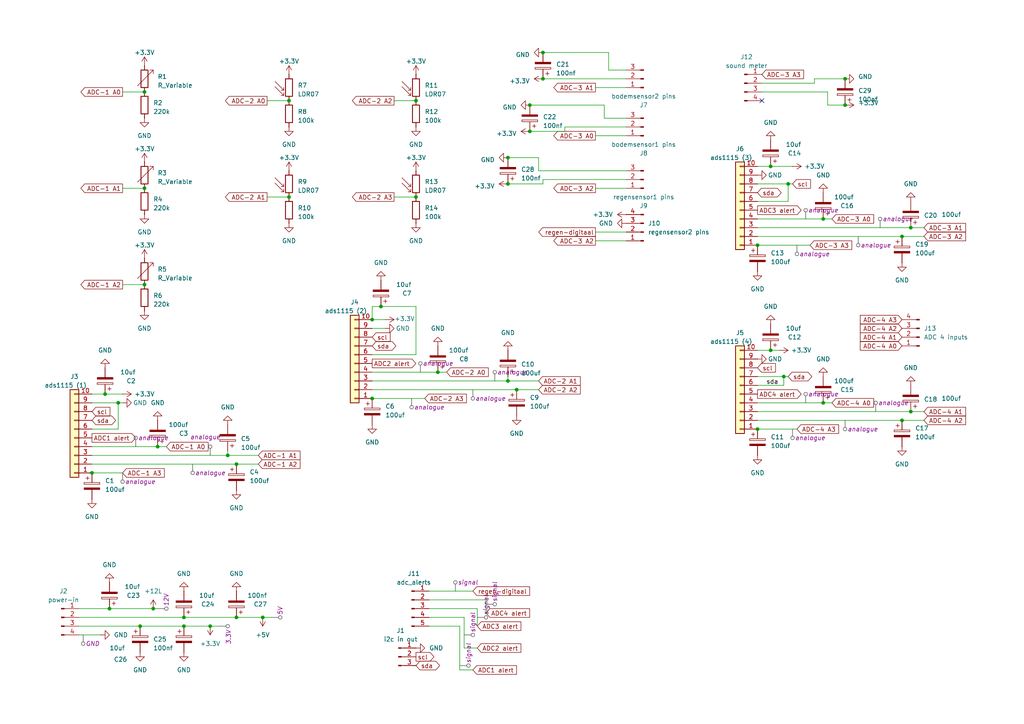
<source format=kicad_sch>
(kicad_sch (version 20231120) (generator "eeschema") (generator_version "8.0")
  (paper "A4")
  (junction (at 264.16 119.38))
  (junction (at 53.34 181.61))
  (junction (at 66.04 132.08))
  (junction (at 149.86 113.03))
  (junction (at 261.62 68.58))
  (junction (at 110.49 88.9))
  (junction (at 264.16 66.04))
  (junction (at 68.58 134.62))
  (junction (at 127 107.95))
  (junction (at 261.62 121.92))
  (junction (at 228.6 53.34))
  (junction (at 68.58 179.07))
  (junction (at 238.76 63.5))
  (junction (at 30.48 114.3))
  (junction (at 53.34 179.07))
  (junction (at 120.65 29.21))
  (junction (at 223.52 48.26))
  (junction (at 45.72 129.54))
  (junction (at 147.32 53.34))
  (junction (at 120.65 57.15))
  (junction (at 34.29 116.84))
  (junction (at 245.11 22.86))
  (junction (at 60.96 181.61))
  (junction (at 147.32 45.72))
  (junction (at 157.48 15.24))
  (junction (at 41.91 26.67))
  (junction (at 153.67 38.1))
  (junction (at 238.76 116.84))
  (junction (at 76.2 179.07))
  (junction (at 223.52 101.6))
  (junction (at 44.45 176.53))
  (junction (at 41.91 82.55))
  (junction (at 219.71 124.46))
  (junction (at 41.91 54.61))
  (junction (at 83.82 29.21))
  (junction (at 245.11 30.48))
  (junction (at 40.64 181.61))
  (junction (at 107.95 115.57))
  (junction (at 153.67 30.48))
  (junction (at 107.95 92.71))
  (junction (at 219.71 71.12))
  (junction (at 227.33 109.22))
  (junction (at 147.32 110.49))
  (junction (at 157.48 22.86))
  (junction (at 26.67 137.16))
  (junction (at 31.75 176.53))
  (junction (at 83.82 57.15))
  (no_connect (at 220.98 29.21))
  (wire (pts (xy 53.34 181.61) (xy 40.64 181.61)))
  (wire (pts (xy 219.71 116.84) (xy 238.76 116.84)))
  (wire (pts (xy 114.3 29.21) (xy 120.65 29.21)))
  (wire (pts (xy 29.21 184.15) (xy 22.86 184.15)))
  (wire (pts (xy 107.95 107.95) (xy 127 107.95)))
  (wire (pts (xy 133.35 194.31) (xy 133.35 181.61)))
  (wire (pts (xy 156.21 113.03) (xy 149.86 113.03)))
  (wire (pts (xy 219.71 58.42) (xy 228.6 58.42)))
  (wire (pts (xy 114.3 57.15) (xy 120.65 57.15)))
  (wire (pts (xy 228.6 53.34) (xy 219.71 53.34)))
  (wire (pts (xy 66.04 132.08) (xy 74.93 132.08)))
  (wire (pts (xy 176.53 20.32) (xy 181.61 20.32)))
  (wire (pts (xy 138.43 176.53) (xy 124.46 176.53)))
  (wire (pts (xy 31.75 176.53) (xy 22.86 176.53)))
  (wire (pts (xy 153.67 30.48) (xy 175.26 30.48)))
  (wire (pts (xy 157.48 22.86) (xy 181.61 22.86)))
  (wire (pts (xy 267.97 66.04) (xy 264.16 66.04)))
  (wire (pts (xy 172.72 69.85) (xy 181.61 69.85)))
  (wire (pts (xy 223.52 48.26) (xy 219.71 48.26)))
  (wire (pts (xy 77.47 57.15) (xy 83.82 57.15)))
  (wire (pts (xy 163.83 36.83) (xy 181.61 36.83)))
  (wire (pts (xy 134.62 187.96) (xy 134.62 179.07)))
  (wire (pts (xy 175.26 30.48) (xy 175.26 34.29)))
  (wire (pts (xy 147.32 45.72) (xy 156.21 45.72)))
  (wire (pts (xy 34.29 124.46) (xy 26.67 124.46)))
  (wire (pts (xy 140.97 177.8) (xy 140.97 173.99)))
  (wire (pts (xy 74.93 134.62) (xy 68.58 134.62)))
  (wire (pts (xy 175.26 34.29) (xy 181.61 34.29)))
  (wire (pts (xy 236.22 24.13) (xy 220.98 24.13)))
  (wire (pts (xy 238.76 63.5) (xy 241.3 63.5)))
  (wire (pts (xy 157.48 53.34) (xy 157.48 52.07)))
  (wire (pts (xy 137.16 171.45) (xy 124.46 171.45)))
  (wire (pts (xy 227.33 109.22) (xy 219.71 109.22)))
  (wire (pts (xy 149.86 113.03) (xy 107.95 113.03)))
  (wire (pts (xy 127 107.95) (xy 129.54 107.95)))
  (wire (pts (xy 107.95 88.9) (xy 107.95 92.71)))
  (wire (pts (xy 26.67 129.54) (xy 45.72 129.54)))
  (wire (pts (xy 264.16 66.04) (xy 219.71 66.04)))
  (wire (pts (xy 123.19 115.57) (xy 107.95 115.57)))
  (wire (pts (xy 111.76 95.25) (xy 107.95 95.25)))
  (wire (pts (xy 153.67 38.1) (xy 163.83 38.1)))
  (wire (pts (xy 120.65 102.87) (xy 120.65 88.9)))
  (wire (pts (xy 31.75 176.53) (xy 44.45 176.53)))
  (wire (pts (xy 138.43 187.96) (xy 134.62 187.96)))
  (wire (pts (xy 133.35 181.61) (xy 124.46 181.61)))
  (wire (pts (xy 137.16 194.31) (xy 133.35 194.31)))
  (wire (pts (xy 264.16 119.38) (xy 219.71 119.38)))
  (wire (pts (xy 77.47 29.21) (xy 83.82 29.21)))
  (wire (pts (xy 223.52 101.6) (xy 219.71 101.6)))
  (wire (pts (xy 267.97 121.92) (xy 261.62 121.92)))
  (wire (pts (xy 156.21 45.72) (xy 156.21 49.53)))
  (wire (pts (xy 134.62 179.07) (xy 124.46 179.07)))
  (wire (pts (xy 35.56 82.55) (xy 41.91 82.55)))
  (wire (pts (xy 45.72 129.54) (xy 48.26 129.54)))
  (wire (pts (xy 35.56 54.61) (xy 41.91 54.61)))
  (wire (pts (xy 227.33 111.76) (xy 227.33 109.22)))
  (wire (pts (xy 226.06 101.6) (xy 223.52 101.6)))
  (wire (pts (xy 68.58 179.07) (xy 53.34 179.07)))
  (wire (pts (xy 238.76 116.84) (xy 241.3 116.84)))
  (wire (pts (xy 245.11 22.86) (xy 236.22 22.86)))
  (wire (pts (xy 110.49 88.9) (xy 107.95 88.9)))
  (wire (pts (xy 261.62 121.92) (xy 219.71 121.92)))
  (wire (pts (xy 228.6 109.22) (xy 227.33 109.22)))
  (wire (pts (xy 34.29 116.84) (xy 26.67 116.84)))
  (wire (pts (xy 261.62 68.58) (xy 219.71 68.58)))
  (wire (pts (xy 140.97 173.99) (xy 124.46 173.99)))
  (wire (pts (xy 157.48 15.24) (xy 176.53 15.24)))
  (wire (pts (xy 267.97 68.58) (xy 261.62 68.58)))
  (wire (pts (xy 34.29 116.84) (xy 34.29 124.46)))
  (wire (pts (xy 76.2 179.07) (xy 78.74 179.07)))
  (wire (pts (xy 172.72 39.37) (xy 181.61 39.37)))
  (wire (pts (xy 172.72 54.61) (xy 181.61 54.61)))
  (wire (pts (xy 229.87 53.34) (xy 228.6 53.34)))
  (wire (pts (xy 219.71 63.5) (xy 238.76 63.5)))
  (wire (pts (xy 147.32 110.49) (xy 107.95 110.49)))
  (wire (pts (xy 240.03 30.48) (xy 245.11 30.48)))
  (wire (pts (xy 163.83 38.1) (xy 163.83 36.83)))
  (wire (pts (xy 229.87 48.26) (xy 223.52 48.26)))
  (wire (pts (xy 176.53 15.24) (xy 176.53 20.32)))
  (wire (pts (xy 157.48 52.07) (xy 181.61 52.07)))
  (wire (pts (xy 40.64 181.61) (xy 22.86 181.61)))
  (wire (pts (xy 220.98 26.67) (xy 240.03 26.67)))
  (wire (pts (xy 147.32 53.34) (xy 157.48 53.34)))
  (wire (pts (xy 138.43 181.61) (xy 138.43 176.53)))
  (wire (pts (xy 107.95 102.87) (xy 120.65 102.87)))
  (wire (pts (xy 66.04 130.81) (xy 66.04 132.08)))
  (wire (pts (xy 120.65 88.9) (xy 110.49 88.9)))
  (wire (pts (xy 35.56 26.67) (xy 41.91 26.67)))
  (wire (pts (xy 172.72 25.4) (xy 181.61 25.4)))
  (wire (pts (xy 53.34 179.07) (xy 22.86 179.07)))
  (wire (pts (xy 231.14 124.46) (xy 219.71 124.46)))
  (wire (pts (xy 44.45 176.53) (xy 45.72 176.53)))
  (wire (pts (xy 68.58 134.62) (xy 26.67 134.62)))
  (wire (pts (xy 35.56 137.16) (xy 26.67 137.16)))
  (wire (pts (xy 111.76 92.71) (xy 107.95 92.71)))
  (wire (pts (xy 35.56 114.3) (xy 30.48 114.3)))
  (wire (pts (xy 219.71 111.76) (xy 227.33 111.76)))
  (wire (pts (xy 26.67 132.08) (xy 66.04 132.08)))
  (wire (pts (xy 60.96 181.61) (xy 63.5 181.61)))
  (wire (pts (xy 53.34 181.61) (xy 60.96 181.61)))
  (wire (pts (xy 147.32 109.22) (xy 147.32 110.49)))
  (wire (pts (xy 30.48 114.3) (xy 26.67 114.3)))
  (wire (pts (xy 228.6 58.42) (xy 228.6 53.34)))
  (wire (pts (xy 240.03 26.67) (xy 240.03 30.48)))
  (wire (pts (xy 35.56 116.84) (xy 34.29 116.84)))
  (wire (pts (xy 156.21 49.53) (xy 181.61 49.53)))
  (wire (pts (xy 147.32 110.49) (xy 156.21 110.49)))
  (wire (pts (xy 172.72 67.31) (xy 181.61 67.31)))
  (wire (pts (xy 267.97 119.38) (xy 264.16 119.38)))
  (wire (pts (xy 68.58 179.07) (xy 76.2 179.07)))
  (wire (pts (xy 236.22 22.86) (xy 236.22 24.13)))
  (wire (pts (xy 234.95 71.12) (xy 219.71 71.12)))
  (label "sda" (at 222.25 111.76 0))
  (global_label "ADC-1 A3" (shape input) (at 35.56 137.16 0) (property "Intersheetrefs" "${INTERSHEET_REFS}" (effects (hide yes))))
  (global_label "scl" (shape input) (at 26.67 119.38 0) (property "Intersheetrefs" "${INTERSHEET_REFS}" (effects (hide yes))))
  (global_label "ADC-4 A2" (shape input) (at 261.62 95.25 180) (property "Intersheetrefs" "${INTERSHEET_REFS}" (effects (hide yes))))
  (global_label "ADC-3 A3" (shape input) (at 234.95 71.12 0) (property "Intersheetrefs" "${INTERSHEET_REFS}" (effects (hide yes))))
  (global_label "scl" (shape input) (at 229.87 53.34 0) (property "Intersheetrefs" "${INTERSHEET_REFS}" (effects (hide yes))))
  (global_label "scl" (shape input) (at 107.95 97.79 0) (property "Intersheetrefs" "${INTERSHEET_REFS}" (effects (hide yes))))
  (global_label "ADC2 alert" (shape input) (at 138.43 187.96 0) (property "Intersheetrefs" "${INTERSHEET_REFS}" (effects (hide yes))))
  (global_label "regen-digitaal" (shape input) (at 137.16 171.45 0) (property "Intersheetrefs" "${INTERSHEET_REFS}" (effects (hide yes))))
  (global_label "ADC-1 A1" (shape output) (at 35.56 54.61 180) (property "Intersheetrefs" "${INTERSHEET_REFS}" (effects (hide yes))))
  (global_label "ADC-2 A0" (shape output) (at 77.47 29.21 180) (property "Intersheetrefs" "${INTERSHEET_REFS}" (effects (hide yes))))
  (global_label "ADC-4 A2" (shape input) (at 267.97 121.92 0) (property "Intersheetrefs" "${INTERSHEET_REFS}" (effects (hide yes))))
  (global_label "ADC-4 A0" (shape input) (at 241.3 116.84 0) (property "Intersheetrefs" "${INTERSHEET_REFS}" (effects (hide yes))))
  (global_label "ADC-1 A0" (shape output) (at 35.56 26.67 180) (property "Intersheetrefs" "${INTERSHEET_REFS}" (effects (hide yes))))
  (global_label "ADC-1 A1" (shape input) (at 74.93 132.08 0) (property "Intersheetrefs" "${INTERSHEET_REFS}" (effects (hide yes))))
  (global_label "ADC-4 A1" (shape input) (at 261.62 97.79 180) (property "Intersheetrefs" "${INTERSHEET_REFS}" (effects (hide yes))))
  (global_label "ADC-2 A1" (shape input) (at 156.21 110.49 0) (property "Intersheetrefs" "${INTERSHEET_REFS}" (effects (hide yes))))
  (global_label "ADC1 alert" (shape input) (at 137.16 194.31 0) (property "Intersheetrefs" "${INTERSHEET_REFS}" (effects (hide yes))))
  (global_label "ADC-2 A3" (shape output) (at 114.3 57.15 180) (property "Intersheetrefs" "${INTERSHEET_REFS}" (effects (hide yes))))
  (global_label "sda" (shape bidirectional) (at 120.65 193.04 0) (property "Intersheetrefs" "${INTERSHEET_REFS}" (effects (hide yes))))
  (global_label "ADC4 alert" (shape input) (at 140.97 177.8 0) (property "Intersheetrefs" "${INTERSHEET_REFS}" (effects (hide yes))))
  (global_label "ADC-3 A0" (shape input) (at 241.3 63.5 0) (property "Intersheetrefs" "${INTERSHEET_REFS}" (effects (hide yes))))
  (global_label "ADC-3 A0" (shape output) (at 172.72 39.37 180) (property "Intersheetrefs" "${INTERSHEET_REFS}" (effects (hide yes))))
  (global_label "ADC-4 A3" (shape input) (at 261.62 92.71 180) (property "Intersheetrefs" "${INTERSHEET_REFS}" (effects (hide yes))))
  (global_label "ADC-3 A2" (shape input) (at 267.97 68.58 0) (property "Intersheetrefs" "${INTERSHEET_REFS}" (effects (hide yes))))
  (global_label "ADC1 alert" (shape output) (at 26.67 127 0) (property "Intersheetrefs" "${INTERSHEET_REFS}" (effects (hide yes))))
  (global_label "scl" (shape output) (at 120.65 190.5 0) (property "Intersheetrefs" "${INTERSHEET_REFS}" (effects (hide yes))))
  (global_label "regen-digitaal" (shape output) (at 172.72 67.31 180) (property "Intersheetrefs" "${INTERSHEET_REFS}" (effects (hide yes))))
  (global_label "ADC-3 A2" (shape output) (at 172.72 54.61 180) (property "Intersheetrefs" "${INTERSHEET_REFS}" (effects (hide yes))))
  (global_label "sda" (shape bidirectional) (at 26.67 121.92 0) (property "Intersheetrefs" "${INTERSHEET_REFS}" (effects (hide yes))))
  (global_label "ADC2 alert" (shape output) (at 107.95 105.41 0) (property "Intersheetrefs" "${INTERSHEET_REFS}" (effects (hide yes))))
  (global_label "ADC3 alert" (shape output) (at 219.71 60.96 0) (property "Intersheetrefs" "${INTERSHEET_REFS}" (effects (hide yes))))
  (global_label "ADC4 alert" (shape output) (at 219.71 114.3 0) (property "Intersheetrefs" "${INTERSHEET_REFS}" (effects (hide yes))))
  (global_label "ADC3 alert" (shape input) (at 138.43 181.61 0) (property "Intersheetrefs" "${INTERSHEET_REFS}" (effects (hide yes))))
  (global_label "ADC-1 A2" (shape output) (at 35.56 82.55 180) (property "Intersheetrefs" "${INTERSHEET_REFS}" (effects (hide yes))))
  (global_label "ADC-2 A3" (shape input) (at 123.19 115.57 0) (property "Intersheetrefs" "${INTERSHEET_REFS}" (effects (hide yes))))
  (global_label "scl" (shape input) (at 219.71 106.68 0) (property "Intersheetrefs" "${INTERSHEET_REFS}" (effects (hide yes))))
  (global_label "ADC-3 A3" (shape input) (at 220.98 21.59 0) (property "Intersheetrefs" "${INTERSHEET_REFS}" (effects (hide yes))))
  (global_label "ADC-2 A2" (shape output) (at 114.3 29.21 180) (property "Intersheetrefs" "${INTERSHEET_REFS}" (effects (hide yes))))
  (global_label "sda" (shape bidirectional) (at 228.6 109.22 0) (property "Intersheetrefs" "${INTERSHEET_REFS}" (effects (hide yes))))
  (global_label "ADC-1 A0" (shape input) (at 48.26 129.54 0) (property "Intersheetrefs" "${INTERSHEET_REFS}" (effects (hide yes))))
  (global_label "ADC-3 A1" (shape input) (at 267.97 66.04 0) (property "Intersheetrefs" "${INTERSHEET_REFS}" (effects (hide yes))))
  (global_label "ADC-4 A3" (shape input) (at 231.14 124.46 0) (property "Intersheetrefs" "${INTERSHEET_REFS}" (effects (hide yes))))
  (global_label "ADC-3 A2" (shape output) (at 172.72 69.85 180) (property "Intersheetrefs" "${INTERSHEET_REFS}" (effects (hide yes))))
  (global_label "ADC-3 A1" (shape output) (at 172.72 25.4 180) (property "Intersheetrefs" "${INTERSHEET_REFS}" (effects (hide yes))))
  (global_label "ADC-1 A2" (shape input) (at 74.93 134.62 0) (property "Intersheetrefs" "${INTERSHEET_REFS}" (effects (hide yes))))
  (global_label "ADC-4 A0" (shape input) (at 261.62 100.33 180) (property "Intersheetrefs" "${INTERSHEET_REFS}" (effects (hide yes))))
  (global_label "ADC-2 A0" (shape input) (at 129.54 107.95 0) (property "Intersheetrefs" "${INTERSHEET_REFS}" (effects (hide yes))))
  (global_label "ADC-2 A2" (shape input) (at 156.21 113.03 0) (property "Intersheetrefs" "${INTERSHEET_REFS}" (effects (hide yes))))
  (global_label "ADC-4 A1" (shape input) (at 267.97 119.38 0) (property "Intersheetrefs" "${INTERSHEET_REFS}" (effects (hide yes))))
  (global_label "sda" (shape bidirectional) (at 107.95 100.33 0) (property "Intersheetrefs" "${INTERSHEET_REFS}" (effects (hide yes))))
  (global_label "ADC-2 A1" (shape output) (at 77.47 57.15 180) (property "Intersheetrefs" "${INTERSHEET_REFS}" (effects (hide yes))))
  (global_label "sda" (shape bidirectional) (at 219.71 55.88 0) (property "Intersheetrefs" "${INTERSHEET_REFS}" (effects (hide yes))))
  (netclass_flag "" (length 2.54) (shape round) (at 255.27 66.04 0) (property "Netclass" "analogue" (at 255.9685 63.5 0) (effects (font (italic yes)) (justify left))))
  (netclass_flag "" (length 2.54) (shape round) (at 133.35 193.04 270) (property "Netclass" "signal" (at 135.89 192.3415 90) (effects (font (italic yes)) (justify left))))
  (netclass_flag "" (length 2.54) (shape round) (at 233.68 63.5 0) (property "Netclass" "analogue" (at 234.3785 60.96 0) (effects (font (italic yes)) (justify left))))
  (netclass_flag "" (length 2.54) (shape round) (at 233.68 116.84 0) (property "Netclass" "analogue" (at 234.3785 114.3 0) (effects (font (italic yes)) (justify left))))
  (netclass_flag "" (length 2.54) (shape round) (at 140.97 175.26 270) (property "Netclass" "signal" (at 143.51 174.5615 90) (effects (font (italic yes)) (justify left))))
  (netclass_flag "" (length 2.54) (shape round) (at 143.51 110.49 0) (property "Netclass" "analogue" (at 144.2085 107.95 0) (effects (font (italic yes)) (justify left))))
  (netclass_flag "" (length 2.54) (shape round) (at 78.74 179.07 270) (property "Netclass" "5V" (at 81.28 178.3715 90) (effects (font (italic yes)) (justify left))))
  (netclass_flag "" (length 2.54) (shape round) (at 60.96 132.08 0) (property "Netclass" "analogue" (at 55.118 126.746 0) (effects (font (italic yes)) (justify left))))
  (netclass_flag "" (length 2.54) (shape round) (at 137.16 113.03 180) (property "Netclass" "analogue" (at 137.8585 115.57 0) (effects (font (italic yes)) (justify left))))
  (netclass_flag "" (length 2.54) (shape round) (at 248.92 68.58 180) (property "Netclass" "analogue" (at 249.6185 71.12 0) (effects (font (italic yes)) (justify left))))
  (netclass_flag "" (length 2.54) (shape round) (at 39.37 129.54 0) (property "Netclass" "analogue" (at 40.0685 127 0) (effects (font (italic yes)) (justify left))))
  (netclass_flag "" (length 2.54) (shape round) (at 132.08 171.45 0) (property "Netclass" "signal" (at 132.7785 168.91 0) (effects (font (italic yes)) (justify left))))
  (netclass_flag "" (length 2.54) (shape round) (at 229.87 124.46 180) (property "Netclass" "analogue" (at 230.5685 127 0) (effects (font (italic yes)) (justify left))))
  (netclass_flag "" (length 2.54) (shape round) (at 24.13 184.15 180) (property "Netclass" "GND" (at 24.8285 186.69 0) (effects (font (italic yes)) (justify left))))
  (netclass_flag "" (length 2.54) (shape round) (at 121.92 107.95 0) (property "Netclass" "analogue" (at 122.6185 105.41 0) (effects (font (italic yes)) (justify left))))
  (netclass_flag "" (length 2.54) (shape round) (at 138.43 179.07 270) (property "Netclass" "signal" (at 140.97 178.3715 90) (effects (font (italic yes)) (justify left))))
  (netclass_flag "" (length 2.54) (shape round) (at 231.14 71.12 180) (property "Netclass" "analogue" (at 231.8385 73.66 0) (effects (font (italic yes)) (justify left))))
  (netclass_flag "" (length 2.54) (shape round) (at 119.38 115.57 180) (property "Netclass" "analogue" (at 120.0785 118.11 0) (effects (font (italic yes)) (justify left))))
  (netclass_flag "" (length 2.54) (shape round) (at 134.62 184.15 270) (property "Netclass" "signal" (at 137.16 183.4515 90) (effects (font (italic yes)) (justify left))))
  (netclass_flag "" (length 2.54) (shape round) (at 55.88 134.62 180) (property "Netclass" "analogue" (at 56.5785 137.16 0) (effects (font (italic yes)) (justify left))))
  (netclass_flag "" (length 2.54) (shape round) (at 63.5 181.61 270) (property "Netclass" "3.3V" (at 66.294 186.944 90) (effects (font (italic yes)) (justify left))))
  (netclass_flag "" (length 2.54) (shape round) (at 45.72 176.53 270) (property "Netclass" "12V" (at 48.26 175.8315 90) (effects (font (italic yes)) (justify left))))
  (netclass_flag "" (length 2.54) (shape round) (at 35.56 137.16 180) (property "Netclass" "analogue" (at 36.2585 139.7 0) (effects (font (italic yes)) (justify left))))
  (netclass_flag "" (length 2.54) (shape round) (at 245.11 121.92 180) (property "Netclass" "analogue" (at 245.8085 124.46 0) (effects (font (italic yes)) (justify left))))
  (netclass_flag "" (length 2.54) (shape round) (at 254 119.38 0) (property "Netclass" "analogue" (at 254.6985 116.84 0) (effects (font (italic yes)) (justify left))))
  (symbol (lib_id "power:GND") (at 219.71 104.14 90) (unit 1)
    (property "Reference" "#PWR032" (effects (hide yes)))
    (property "Value" "GND" (at 224.79 104.14 90))
    (property "Description" "Power symbol creates a global label with name \"GND\" , ground" (effects (hide yes)))
  )
  (symbol (lib_id "Connector:Conn_01x04_Pin") (at 186.69 67.31 180) (unit 1)
    (property "Reference" "J10" (at 187.96 64.7699 0) (effects (justify right)))
    (property "Value" "regensensor2 pins" (at 187.96 67.3099 0) (effects (justify right)))
    (property "Footprint" "Connector_PinHeader_2.54mm:PinHeader_1x04_P2.54mm_Vertical" (effects (hide yes)))
    (property "Description" "Generic connector, single row, 01x04, script generated" (effects (hide yes)))
  )
  (symbol (lib_id "Device:C_Polarized") (at 110.49 85.09 180) (unit 1)
    (property "Reference" "C7" (at 119.38 85.09 0) (effects (justify left)))
    (property "Value" "10uf" (at 119.38 82.55 0) (effects (justify left)))
    (property "Footprint" "Capacitor_SMD:C_1206_3216Metric_Pad1.33x1.80mm_HandSolder" (effects (hide yes)))
    (property "Description" "Polarized capacitor" (effects (hide yes)))
  )
  (symbol (lib_id "power:+3.3V") (at 120.65 49.53 0) (unit 1)
    (property "Reference" "#PWR028" (effects (hide yes)))
    (property "Value" "+3.3V" (at 120.65 45.72 0))
    (property "Description" "Power symbol creates a global label with name \"+3.3V\"" (effects (hide yes)))
  )
  (symbol (lib_id "power:GND") (at 147.32 101.6 180) (unit 1)
    (property "Reference" "#PWR031" (effects (hide yes)))
    (property "Value" "GND" (at 147.32 96.52 0))
    (property "Description" "Power symbol creates a global label with name \"GND\" , ground" (effects (hide yes)))
  )
  (symbol (lib_id "power:GND") (at 147.32 45.72 270) (unit 1)
    (property "Reference" "#PWR061" (effects (hide yes)))
    (property "Value" "GND" (at 143.51 46.355 90) (effects (justify right)))
    (property "Description" "Power symbol creates a global label with name \"GND\" , ground" (effects (hide yes)))
  )
  (symbol (lib_id "Connector:Conn_01x03_Pin") (at 186.69 52.07 180) (unit 1)
    (property "Reference" "J9" (at 186.69 59.69 0))
    (property "Value" "regensensor1 pins" (at 186.69 57.15 0))
    (property "Footprint" "Connector_PinHeader_2.54mm:PinHeader_1x03_P2.54mm_Vertical" (effects (hide yes)))
    (property "Description" "Generic connector, single row, 01x03, script generated" (effects (hide yes)))
  )
  (symbol (lib_id "power:+3.3V") (at 41.91 46.99 0) (unit 1)
    (property "Reference" "#PWR010" (effects (hide yes)))
    (property "Value" "+3.3V" (at 41.91 43.18 0))
    (property "Description" "Power symbol creates a global label with name \"+3.3V\"" (effects (hide yes)))
  )
  (symbol (lib_id "power:GND") (at 120.65 187.96 90) (unit 1)
    (property "Reference" "#PWR047" (effects (hide yes)))
    (property "Value" "GND" (at 124.46 187.9599 90) (effects (justify right)))
    (property "Description" "Power symbol creates a global label with name \"GND\" , ground" (effects (hide yes)))
  )
  (symbol (lib_id "Connector:Conn_01x03_Pin") (at 186.69 36.83 180) (unit 1)
    (property "Reference" "J8" (at 186.69 44.45 0))
    (property "Value" "bodemsensor1 pins" (at 186.69 41.91 0))
    (property "Footprint" "Connector_PinHeader_2.54mm:PinHeader_1x03_P2.54mm_Vertical" (effects (hide yes)))
    (property "Description" "Generic connector, single row, 01x03, script generated" (effects (hide yes)))
  )
  (symbol (lib_id "Device:C_Polarized") (at 219.71 74.93 0) (unit 1)
    (property "Reference" "C13" (at 223.52 73.406 0) (effects (justify left)))
    (property "Value" "100uf" (at 223.52 75.946 0) (effects (justify left)))
    (property "Footprint" "Capacitor_SMD:C_1206_3216Metric_Pad1.33x1.80mm_HandSolder" (effects (hide yes)))
    (property "Description" "Polarized capacitor" (effects (hide yes)))
  )
  (symbol (lib_id "Device:C_Polarized") (at 68.58 138.43 0) (unit 1)
    (property "Reference" "C4" (at 72.39 136.906 0) (effects (justify left)))
    (property "Value" "100uf" (at 72.39 139.446 0) (effects (justify left)))
    (property "Footprint" "Capacitor_SMD:C_1206_3216Metric_Pad1.33x1.80mm_HandSolder" (effects (hide yes)))
    (property "Description" "Polarized capacitor" (effects (hide yes)))
  )
  (symbol (lib_id "Device:C_Polarized") (at 53.34 185.42 0) (unit 1)
    (property "Reference" "C25" (at 44.45 185.42 0) (effects (justify left)))
    (property "Value" "100nf" (at 44.45 187.96 0) (effects (justify left)))
    (property "Footprint" "Capacitor_SMD:C_1206_3216Metric_Pad1.33x1.80mm_HandSolder" (effects (hide yes)))
    (property "Description" "Polarized capacitor" (effects (hide yes)))
  )
  (symbol (lib_id "power:GND") (at 110.49 81.28 180) (unit 1)
    (property "Reference" "#PWR022" (effects (hide yes)))
    (property "Value" "GND" (at 110.49 76.2 0))
    (property "Description" "Power symbol creates a global label with name \"GND\" , ground" (effects (hide yes)))
  )
  (symbol (lib_id "Device:C_Polarized") (at 219.71 128.27 0) (unit 1)
    (property "Reference" "C11" (at 223.52 126.746 0) (effects (justify left)))
    (property "Value" "100uf" (at 223.52 129.286 0) (effects (justify left)))
    (property "Footprint" "Capacitor_SMD:C_1206_3216Metric_Pad1.33x1.80mm_HandSolder" (effects (hide yes)))
    (property "Description" "Polarized capacitor" (effects (hide yes)))
  )
  (symbol (lib_id "power:GND") (at 41.91 62.23 0) (unit 1)
    (property "Reference" "#PWR011" (effects (hide yes)))
    (property "Value" "GND" (at 41.91 67.31 0))
    (property "Description" "Power symbol creates a global label with name \"GND\" , ground" (effects (hide yes)))
  )
  (symbol (lib_id "power:GND") (at 53.34 171.45 180) (unit 1)
    (property "Reference" "#PWR056" (effects (hide yes)))
    (property "Value" "GND" (at 53.34 166.37 0))
    (property "Description" "Power symbol creates a global label with name \"GND\" , ground" (effects (hide yes)))
  )
  (symbol (lib_id "Connector:Conn_01x03_Pin") (at 186.69 22.86 180) (unit 1)
    (property "Reference" "J7" (at 186.69 30.48 0))
    (property "Value" "bodemsensor2 pins" (at 186.69 27.94 0))
    (property "Footprint" "Connector_PinHeader_2.54mm:PinHeader_1x03_P2.54mm_Vertical" (effects (hide yes)))
    (property "Description" "Generic connector, single row, 01x03, script generated" (effects (hide yes)))
  )
  (symbol (lib_id "Device:R") (at 41.91 86.36 0) (unit 1)
    (property "Reference" "R6" (at 44.45 85.725 0) (effects (justify left)))
    (property "Value" "220k" (at 44.45 88.265 0) (effects (justify left)))
    (property "Footprint" "Resistor_THT:R_Axial_DIN0204_L3.6mm_D1.6mm_P7.62mm_Horizontal" (effects (hide yes)))
    (property "Description" "Resistor" (effects (hide yes)))
  )
  (symbol (lib_id "Device:R") (at 83.82 60.96 0) (unit 1)
    (property "Reference" "R10" (at 86.36 60.325 0) (effects (justify left)))
    (property "Value" "100k" (at 86.36 62.865 0) (effects (justify left)))
    (property "Footprint" "Resistor_THT:R_Axial_DIN0204_L3.6mm_D1.6mm_P7.62mm_Horizontal" (effects (hide yes)))
    (property "Description" "Resistor" (effects (hide yes)))
  )
  (symbol (lib_id "Device:C_Polarized") (at 261.62 72.39 0) (unit 1)
    (property "Reference" "C19" (at 265.43 70.866 0) (effects (justify left)))
    (property "Value" "100uf" (at 265.43 73.406 0) (effects (justify left)))
    (property "Footprint" "Capacitor_SMD:C_1206_3216Metric_Pad1.33x1.80mm_HandSolder" (effects (hide yes)))
    (property "Description" "Polarized capacitor" (effects (hide yes)))
  )
  (symbol (lib_id "power:GND") (at 68.58 171.45 180) (unit 1)
    (property "Reference" "#PWR057" (effects (hide yes)))
    (property "Value" "GND" (at 68.58 166.37 0))
    (property "Description" "Power symbol creates a global label with name \"GND\" , ground" (effects (hide yes)))
  )
  (symbol (lib_id "Device:R") (at 120.65 60.96 0) (unit 1)
    (property "Reference" "R14" (at 123.19 60.325 0) (effects (justify left)))
    (property "Value" "100k" (at 123.19 62.865 0) (effects (justify left)))
    (property "Footprint" "Resistor_THT:R_Axial_DIN0204_L3.6mm_D1.6mm_P7.62mm_Horizontal" (effects (hide yes)))
    (property "Description" "Resistor" (effects (hide yes)))
  )
  (symbol (lib_id "Connector:Conn_01x04_Pin") (at 266.7 97.79 180) (unit 1)
    (property "Reference" "J13" (at 267.97 95.2499 0) (effects (justify right)))
    (property "Value" "ADC 4 inputs" (at 267.97 97.7899 0) (effects (justify right)))
    (property "Footprint" "Connector_PinHeader_2.54mm:PinHeader_1x04_P2.54mm_Vertical" (effects (hide yes)))
    (property "Description" "Generic connector, single row, 01x04, script generated" (effects (hide yes)))
  )
  (symbol (lib_id "power:GND") (at 120.65 64.77 0) (unit 1)
    (property "Reference" "#PWR029" (effects (hide yes)))
    (property "Value" "GND" (at 120.65 69.85 0))
    (property "Description" "Power symbol creates a global label with name \"GND\" , ground" (effects (hide yes)))
  )
  (symbol (lib_id "Device:C_Polarized") (at 107.95 119.38 0) (unit 1)
    (property "Reference" "C6" (at 111.76 117.856 0) (effects (justify left)))
    (property "Value" "100uf" (at 111.76 120.396 0) (effects (justify left)))
    (property "Footprint" "Capacitor_SMD:C_1206_3216Metric_Pad1.33x1.80mm_HandSolder" (effects (hide yes)))
    (property "Description" "Polarized capacitor" (effects (hide yes)))
  )
  (symbol (lib_id "Sensor_Optical:LDR07") (at 120.65 53.34 0) (unit 1)
    (property "Reference" "R13" (at 123.19 52.705 0) (effects (justify left)))
    (property "Value" "LDR07" (at 123.19 55.245 0) (effects (justify left)))
    (property "Footprint" "Connector_PinHeader_2.54mm:PinHeader_1x02_P2.54mm_Vertical" (effects (hide yes)))
    (property "Datasheet" "http://www.tme.eu/de/Document/f2e3ad76a925811312d226c31da4cd7e/LDR07.pdf" (effects (hide yes)))
    (property "Description" "light dependent resistor" (effects (hide yes)))
  )
  (symbol (lib_id "Sensor_Optical:LDR07") (at 120.65 25.4 0) (unit 1)
    (property "Reference" "R11" (at 123.19 24.765 0) (effects (justify left)))
    (property "Value" "LDR07" (at 123.19 27.305 0) (effects (justify left)))
    (property "Footprint" "Connector_PinHeader_2.54mm:PinHeader_1x02_P2.54mm_Vertical" (effects (hide yes)))
    (property "Datasheet" "http://www.tme.eu/de/Document/f2e3ad76a925811312d226c31da4cd7e/LDR07.pdf" (effects (hide yes)))
    (property "Description" "light dependent resistor" (effects (hide yes)))
  )
  (symbol (lib_id "Device:C_Polarized") (at 30.48 110.49 180) (unit 1)
    (property "Reference" "C2" (at 39.37 110.49 0) (effects (justify left)))
    (property "Value" "10uf" (at 39.37 107.95 0) (effects (justify left)))
    (property "Footprint" "Capacitor_SMD:C_1206_3216Metric_Pad1.33x1.80mm_HandSolder" (effects (hide yes)))
    (property "Description" "Polarized capacitor" (effects (hide yes)))
  )
  (symbol (lib_id "Device:C_Polarized") (at 153.67 34.29 180) (unit 1)
    (property "Reference" "C22" (at 157.48 33.9089 0) (effects (justify right)))
    (property "Value" "100nf" (at 157.48 36.4489 0) (effects (justify right)))
    (property "Footprint" "Capacitor_SMD:C_1206_3216Metric_Pad1.33x1.80mm_HandSolder" (effects (hide yes)))
    (property "Description" "Polarized capacitor" (effects (hide yes)))
  )
  (symbol (lib_id "Sensor_Optical:LDR07") (at 83.82 53.34 0) (unit 1)
    (property "Reference" "R9" (at 86.36 52.705 0) (effects (justify left)))
    (property "Value" "LDR07" (at 86.36 55.245 0) (effects (justify left)))
    (property "Footprint" "Connector_PinHeader_2.54mm:PinHeader_1x02_P2.54mm_Vertical" (effects (hide yes)))
    (property "Datasheet" "http://www.tme.eu/de/Document/f2e3ad76a925811312d226c31da4cd7e/LDR07.pdf" (effects (hide yes)))
    (property "Description" "light dependent resistor" (effects (hide yes)))
  )
  (symbol (lib_id "power:GND") (at 223.52 40.64 180) (unit 1)
    (property "Reference" "#PWR038" (effects (hide yes)))
    (property "Value" "GND" (at 223.52 35.56 0))
    (property "Description" "Power symbol creates a global label with name \"GND\" , ground" (effects (hide yes)))
  )
  (symbol (lib_id "power:+3.3V") (at 181.61 62.23 90) (unit 1)
    (property "Reference" "#PWR063" (effects (hide yes)))
    (property "Value" "+3.3V" (at 177.8 62.2299 90) (effects (justify left)))
    (property "Description" "Power symbol creates a global label with name \"+3.3V\"" (effects (hide yes)))
  )
  (symbol (lib_id "power:+3.3V") (at 111.76 92.71 270) (unit 1)
    (property "Reference" "#PWR023" (effects (hide yes)))
    (property "Value" "+3.3V" (at 117.348 92.456 90))
    (property "Description" "Power symbol creates a global label with name \"+3.3V\"" (effects (hide yes)))
  )
  (symbol (lib_id "power:+3.3V") (at 83.82 21.59 0) (unit 1)
    (property "Reference" "#PWR017" (effects (hide yes)))
    (property "Value" "+3.3V" (at 83.82 17.78 0))
    (property "Description" "Power symbol creates a global label with name \"+3.3V\"" (effects (hide yes)))
  )
  (symbol (lib_id "power:GND") (at 219.71 50.8 90) (unit 1)
    (property "Reference" "#PWR035" (effects (hide yes)))
    (property "Value" "GND" (at 224.79 50.8 90))
    (property "Description" "Power symbol creates a global label with name \"GND\" , ground" (effects (hide yes)))
  )
  (symbol (lib_id "Device:R") (at 41.91 30.48 0) (unit 1)
    (property "Reference" "R2" (at 44.45 29.845 0) (effects (justify left)))
    (property "Value" "220k" (at 44.45 32.385 0) (effects (justify left)))
    (property "Footprint" "Resistor_THT:R_Axial_DIN0204_L3.6mm_D1.6mm_P7.62mm_Horizontal" (effects (hide yes)))
    (property "Description" "Resistor" (effects (hide yes)))
  )
  (symbol (lib_id "Device:C_Polarized") (at 223.52 97.79 180) (unit 1)
    (property "Reference" "C12" (at 232.41 97.79 0) (effects (justify left)))
    (property "Value" "10uf" (at 232.41 95.25 0) (effects (justify left)))
    (property "Footprint" "Capacitor_SMD:C_1206_3216Metric_Pad1.33x1.80mm_HandSolder" (effects (hide yes)))
    (property "Description" "Polarized capacitor" (effects (hide yes)))
  )
  (symbol (lib_id "Device:C_Polarized") (at 31.75 172.72 180) (unit 1)
    (property "Reference" "C23" (at 40.64 172.72 0) (effects (justify left)))
    (property "Value" "10uf" (at 40.64 170.18 0) (effects (justify left)))
    (property "Footprint" "Capacitor_SMD:C_1206_3216Metric_Pad1.33x1.80mm_HandSolder" (effects (hide yes)))
    (property "Description" "Polarized capacitor" (effects (hide yes)))
  )
  (symbol (lib_id "Device:C_Polarized") (at 53.34 175.26 180) (unit 1)
    (property "Reference" "C24" (at 62.23 175.26 0) (effects (justify left)))
    (property "Value" "10uf" (at 62.23 172.72 0) (effects (justify left)))
    (property "Footprint" "Capacitor_SMD:C_1206_3216Metric_Pad1.33x1.80mm_HandSolder" (effects (hide yes)))
    (property "Description" "Polarized capacitor" (effects (hide yes)))
  )
  (symbol (lib_id "Device:C_Polarized") (at 147.32 49.53 180) (unit 1)
    (property "Reference" "C28" (at 151.13 49.1489 0) (effects (justify right)))
    (property "Value" "100nf" (at 151.13 51.6889 0) (effects (justify right)))
    (property "Footprint" "Capacitor_SMD:C_1206_3216Metric_Pad1.33x1.80mm_HandSolder" (effects (hide yes)))
    (property "Description" "Polarized capacitor" (effects (hide yes)))
  )
  (symbol (lib_id "power:+3.3V") (at 60.96 181.61 180) (unit 1)
    (property "Reference" "#PWR01" (effects (hide yes)))
    (property "Value" "+3.3V" (at 60.96 186.69 0))
    (property "Description" "Power symbol creates a global label with name \"+3.3V\"" (effects (hide yes)))
  )
  (symbol (lib_id "power:GND") (at 29.21 184.15 90) (unit 1)
    (property "Reference" "#PWR03" (effects (hide yes)))
    (property "Value" "GND" (at 33.02 184.1499 90) (effects (justify right)))
    (property "Description" "Power symbol creates a global label with name \"GND\" , ground" (effects (hide yes)))
  )
  (symbol (lib_id "Device:C_Polarized") (at 223.52 44.45 180) (unit 1)
    (property "Reference" "C14" (at 232.41 44.45 0) (effects (justify left)))
    (property "Value" "10uf" (at 232.41 41.91 0) (effects (justify left)))
    (property "Footprint" "Capacitor_SMD:C_1206_3216Metric_Pad1.33x1.80mm_HandSolder" (effects (hide yes)))
    (property "Description" "Polarized capacitor" (effects (hide yes)))
  )
  (symbol (lib_id "power:GND") (at 30.48 106.68 180) (unit 1)
    (property "Reference" "#PWR05" (effects (hide yes)))
    (property "Value" "GND" (at 30.48 101.6 0))
    (property "Description" "Power symbol creates a global label with name \"GND\" , ground" (effects (hide yes)))
  )
  (symbol (lib_id "power:GND") (at 264.16 58.42 180) (unit 1)
    (property "Reference" "#PWR045" (effects (hide yes)))
    (property "Value" "GND" (at 264.16 53.34 0))
    (property "Description" "Power symbol creates a global label with name \"GND\" , ground" (effects (hide yes)))
  )
  (symbol (lib_id "Connector_Generic:Conn_01x10") (at 214.63 114.3 180) (unit 1)
    (property "Reference" "J5" (at 214.63 96.52 0))
    (property "Value" "ads1115 (4)" (at 212.09 99.06 0))
    (property "Footprint" "Connector_PinSocket_2.54mm:PinSocket_1x10_P2.54mm_Vertical" (effects (hide yes)))
    (property "Description" "Generic connector, single row, 01x10, script generated (kicad-library-utils/schlib/autogen/connector/)" (effects (hide yes)))
  )
  (symbol (lib_id "Sensor_Optical:LDR07") (at 83.82 25.4 0) (unit 1)
    (property "Reference" "R7" (at 86.36 24.765 0) (effects (justify left)))
    (property "Value" "LDR07" (at 86.36 27.305 0) (effects (justify left)))
    (property "Footprint" "Connector_PinHeader_2.54mm:PinHeader_1x02_P2.54mm_Vertical" (effects (hide yes)))
    (property "Datasheet" "http://www.tme.eu/de/Document/f2e3ad76a925811312d226c31da4cd7e/LDR07.pdf" (effects (hide yes)))
    (property "Description" "light dependent resistor" (effects (hide yes)))
  )
  (symbol (lib_id "power:+5V") (at 76.2 179.07 180) (unit 1)
    (property "Reference" "#PWR02" (effects (hide yes)))
    (property "Value" "+5V" (at 76.2 184.15 0))
    (property "Description" "Power symbol creates a global label with name \"+5V\"" (effects (hide yes)))
  )
  (symbol (lib_id "power:GND") (at 35.56 116.84 90) (unit 1)
    (property "Reference" "#PWR07" (effects (hide yes)))
    (property "Value" "GND" (at 40.64 116.84 90))
    (property "Description" "Power symbol creates a global label with name \"GND\" , ground" (effects (hide yes)))
  )
  (symbol (lib_id "power:GND") (at 66.04 123.19 180) (unit 1)
    (property "Reference" "#PWR016" (effects (hide yes)))
    (property "Value" "GND" (at 66.04 118.11 0))
    (property "Description" "Power symbol creates a global label with name \"GND\" , ground" (effects (hide yes)))
  )
  (symbol (lib_id "Device:R_Variable") (at 41.91 50.8 0) (unit 1)
    (property "Reference" "R3" (at 45.72 50.165 0) (effects (justify left)))
    (property "Value" "R_Variable" (at 45.72 52.705 0) (effects (justify left)))
    (property "Footprint" "Connector_JST:JST_XH_B2B-XH-AM_1x02_P2.50mm_Vertical" (effects (hide yes)))
    (property "Description" "Variable resistor" (effects (hide yes)))
  )
  (symbol (lib_id "Device:C_Polarized") (at 238.76 113.03 180) (unit 1)
    (property "Reference" "C15" (at 247.65 113.03 0) (effects (justify left)))
    (property "Value" "100uf" (at 247.65 110.49 0) (effects (justify left)))
    (property "Footprint" "Capacitor_SMD:C_1206_3216Metric_Pad1.33x1.80mm_HandSolder" (effects (hide yes)))
    (property "Description" "Polarized capacitor" (effects (hide yes)))
  )
  (symbol (lib_id "power:+3.3V") (at 41.91 19.05 0) (unit 1)
    (property "Reference" "#PWR08" (effects (hide yes)))
    (property "Value" "+3.3V" (at 41.91 15.24 0))
    (property "Description" "Power symbol creates a global label with name \"+3.3V\"" (effects (hide yes)))
  )
  (symbol (lib_id "power:GND") (at 111.76 95.25 90) (unit 1)
    (property "Reference" "#PWR024" (effects (hide yes)))
    (property "Value" "GND" (at 116.84 95.25 90))
    (property "Description" "Power symbol creates a global label with name \"GND\" , ground" (effects (hide yes)))
  )
  (symbol (lib_id "Device:C_Polarized") (at 261.62 125.73 0) (unit 1)
    (property "Reference" "C17" (at 265.43 124.206 0) (effects (justify left)))
    (property "Value" "100uf" (at 265.43 126.746 0) (effects (justify left)))
    (property "Footprint" "Capacitor_SMD:C_1206_3216Metric_Pad1.33x1.80mm_HandSolder" (effects (hide yes)))
    (property "Description" "Polarized capacitor" (effects (hide yes)))
  )
  (symbol (lib_id "power:GND") (at 41.91 90.17 0) (unit 1)
    (property "Reference" "#PWR013" (effects (hide yes)))
    (property "Value" "GND" (at 41.91 95.25 0))
    (property "Description" "Power symbol creates a global label with name \"GND\" , ground" (effects (hide yes)))
  )
  (symbol (lib_id "power:+3.3V") (at 229.87 48.26 270) (unit 1)
    (property "Reference" "#PWR039" (effects (hide yes)))
    (property "Value" "+3.3V" (at 236.22 48.26 90))
    (property "Description" "Power symbol creates a global label with name \"+3.3V\"" (effects (hide yes)))
  )
  (symbol (lib_id "power:GND") (at 223.52 93.98 180) (unit 1)
    (property "Reference" "#PWR034" (effects (hide yes)))
    (property "Value" "GND" (at 223.52 88.9 0))
    (property "Description" "Power symbol creates a global label with name \"GND\" , ground" (effects (hide yes)))
  )
  (symbol (lib_id "Device:C_Polarized") (at 264.16 115.57 180) (unit 1)
    (property "Reference" "C18" (at 267.97 115.824 0) (effects (justify right)))
    (property "Value" "100uf" (at 273.05 115.57 0) (effects (justify right)))
    (property "Footprint" "Capacitor_SMD:C_1206_3216Metric_Pad1.33x1.80mm_HandSolder" (effects (hide yes)))
    (property "Description" "Polarized capacitor" (effects (hide yes)))
  )
  (symbol (lib_id "power:+3.3V") (at 153.67 38.1 90) (unit 1)
    (property "Reference" "#PWR051" (effects (hide yes)))
    (property "Value" "+3.3V" (at 149.86 38.735 90) (effects (justify left)))
    (property "Description" "Power symbol creates a global label with name \"+3.3V\"" (effects (hide yes)))
  )
  (symbol (lib_id "power:GND") (at 219.71 78.74 0) (unit 1)
    (property "Reference" "#PWR036" (effects (hide yes)))
    (property "Value" "GND" (at 219.71 83.82 0))
    (property "Description" "Power symbol creates a global label with name \"GND\" , ground" (effects (hide yes)))
  )
  (symbol (lib_id "Device:C_Polarized") (at 147.32 105.41 180) (unit 1)
    (property "Reference" "C10" (at 151.13 105.664 0) (effects (justify right)))
    (property "Value" "100uf" (at 151.13 108.204 0) (effects (justify right)))
    (property "Footprint" "Capacitor_SMD:C_1206_3216Metric_Pad1.33x1.80mm_HandSolder" (effects (hide yes)))
    (property "Description" "Polarized capacitor" (effects (hide yes)))
  )
  (symbol (lib_id "Device:C_Polarized") (at 245.11 26.67 180) (unit 1)
    (property "Reference" "C29" (at 248.92 26.2889 0) (effects (justify right)))
    (property "Value" "100nf" (at 248.92 28.8289 0) (effects (justify right)))
    (property "Footprint" "Capacitor_SMD:C_1206_3216Metric_Pad1.33x1.80mm_HandSolder" (effects (hide yes)))
    (property "Description" "Polarized capacitor" (effects (hide yes)))
  )
  (symbol (lib_id "power:GND") (at 219.71 132.08 0) (unit 1)
    (property "Reference" "#PWR033" (effects (hide yes)))
    (property "Value" "GND" (at 219.71 137.16 0))
    (property "Description" "Power symbol creates a global label with name \"GND\" , ground" (effects (hide yes)))
  )
  (symbol (lib_id "power:GND") (at 149.86 120.65 0) (unit 1)
    (property "Reference" "#PWR030" (effects (hide yes)))
    (property "Value" "GND" (at 149.86 125.73 0))
    (property "Description" "Power symbol creates a global label with name \"GND\" , ground" (effects (hide yes)))
  )
  (symbol (lib_id "power:+3.3V") (at 147.32 53.34 90) (unit 1)
    (property "Reference" "#PWR062" (effects (hide yes)))
    (property "Value" "+3.3V" (at 143.51 53.975 90) (effects (justify left)))
    (property "Description" "Power symbol creates a global label with name \"+3.3V\"" (effects (hide yes)))
  )
  (symbol (lib_id "Connector_Generic:Conn_01x10") (at 102.87 105.41 180) (unit 1)
    (property "Reference" "J4" (at 102.87 87.63 0))
    (property "Value" "ads1115 (2)" (at 100.33 90.17 0))
    (property "Footprint" "Connector_PinSocket_2.54mm:PinSocket_1x10_P2.54mm_Vertical" (effects (hide yes)))
    (property "Description" "Generic connector, single row, 01x10, script generated (kicad-library-utils/schlib/autogen/connector/)" (effects (hide yes)))
  )
  (symbol (lib_id "power:GND") (at 181.61 64.77 270) (unit 1)
    (property "Reference" "#PWR064" (effects (hide yes)))
    (property "Value" "GND" (at 177.8 64.7699 90) (effects (justify right)))
    (property "Description" "Power symbol creates a global label with name \"GND\" , ground" (effects (hide yes)))
  )
  (symbol (lib_id "power:GND") (at 40.64 189.23 0) (unit 1)
    (property "Reference" "#PWR059" (effects (hide yes)))
    (property "Value" "GND" (at 40.64 194.31 0))
    (property "Description" "Power symbol creates a global label with name \"GND\" , ground" (effects (hide yes)))
  )
  (symbol (lib_id "Device:C_Polarized") (at 149.86 116.84 0) (unit 1)
    (property "Reference" "C9" (at 153.67 115.316 0) (effects (justify left)))
    (property "Value" "100uf" (at 153.67 117.856 0) (effects (justify left)))
    (property "Footprint" "Capacitor_SMD:C_1206_3216Metric_Pad1.33x1.80mm_HandSolder" (effects (hide yes)))
    (property "Description" "Polarized capacitor" (effects (hide yes)))
  )
  (symbol (lib_id "power:GND") (at 41.91 34.29 0) (unit 1)
    (property "Reference" "#PWR09" (effects (hide yes)))
    (property "Value" "GND" (at 41.91 39.37 0))
    (property "Description" "Power symbol creates a global label with name \"GND\" , ground" (effects (hide yes)))
  )
  (symbol (lib_id "Connector:Conn_01x04_Pin") (at 17.78 179.07 0) (unit 1)
    (property "Reference" "J2" (at 18.415 171.45 0))
    (property "Value" "power-in" (at 18.415 173.99 0))
    (property "Footprint" "Connector_JST:JST_XH_B4B-XH-AM_1x04_P2.50mm_Vertical" (effects (hide yes)))
    (property "Description" "Generic connector, single row, 01x04, script generated" (effects (hide yes)))
  )
  (symbol (lib_id "Device:R_Variable") (at 41.91 78.74 0) (unit 1)
    (property "Reference" "R5" (at 45.72 78.105 0) (effects (justify left)))
    (property "Value" "R_Variable" (at 45.72 80.645 0) (effects (justify left)))
    (property "Footprint" "Connector_JST:JST_XH_B2B-XH-AM_1x02_P2.50mm_Vertical" (effects (hide yes)))
    (property "Description" "Variable resistor" (effects (hide yes)))
  )
  (symbol (lib_id "power:GND") (at 83.82 36.83 0) (unit 1)
    (property "Reference" "#PWR018" (effects (hide yes)))
    (property "Value" "GND" (at 83.82 41.91 0))
    (property "Description" "Power symbol creates a global label with name \"GND\" , ground" (effects (hide yes)))
  )
  (symbol (lib_id "power:GND") (at 107.95 123.19 0) (unit 1)
    (property "Reference" "#PWR021" (effects (hide yes)))
    (property "Value" "GND" (at 107.95 128.27 0))
    (property "Description" "Power symbol creates a global label with name \"GND\" , ground" (effects (hide yes)))
  )
  (symbol (lib_id "power:GND") (at 157.48 15.24 270) (unit 1)
    (property "Reference" "#PWR048" (effects (hide yes)))
    (property "Value" "GND" (at 153.67 15.875 90) (effects (justify right)))
    (property "Description" "Power symbol creates a global label with name \"GND\" , ground" (effects (hide yes)))
  )
  (symbol (lib_id "Connector_Generic:Conn_01x10") (at 21.59 127 180) (unit 1)
    (property "Reference" "J3" (at 21.59 109.22 0))
    (property "Value" "ads1115 (1)" (at 19.05 111.76 0))
    (property "Footprint" "Connector_PinSocket_2.54mm:PinSocket_1x10_P2.54mm_Vertical" (effects (hide yes)))
    (property "Description" "Generic connector, single row, 01x10, script generated (kicad-library-utils/schlib/autogen/connector/)" (effects (hide yes)))
  )
  (symbol (lib_id "power:+3.3V") (at 157.48 22.86 90) (unit 1)
    (property "Reference" "#PWR049" (effects (hide yes)))
    (property "Value" "+3.3V" (at 153.67 23.495 90) (effects (justify left)))
    (property "Description" "Power symbol creates a global label with name \"+3.3V\"" (effects (hide yes)))
  )
  (symbol (lib_id "power:GND") (at 83.82 64.77 0) (unit 1)
    (property "Reference" "#PWR020" (effects (hide yes)))
    (property "Value" "GND" (at 83.82 69.85 0))
    (property "Description" "Power symbol creates a global label with name \"GND\" , ground" (effects (hide yes)))
  )
  (symbol (lib_id "Device:C_Polarized") (at 127 104.14 180) (unit 1)
    (property "Reference" "C8" (at 135.89 104.14 0) (effects (justify left)))
    (property "Value" "100uf" (at 135.89 101.6 0) (effects (justify left)))
    (property "Footprint" "Capacitor_SMD:C_1206_3216Metric_Pad1.33x1.80mm_HandSolder" (effects (hide yes)))
    (property "Description" "Polarized capacitor" (effects (hide yes)))
  )
  (symbol (lib_id "Device:C_Polarized") (at 238.76 59.69 180) (unit 1)
    (property "Reference" "C16" (at 247.65 59.69 0) (effects (justify left)))
    (property "Value" "100uf" (at 247.65 57.15 0) (effects (justify left)))
    (property "Footprint" "Capacitor_SMD:C_1206_3216Metric_Pad1.33x1.80mm_HandSolder" (effects (hide yes)))
    (property "Description" "Polarized capacitor" (effects (hide yes)))
  )
  (symbol (lib_id "Connector:Conn_01x04_Pin") (at 215.9 24.13 0) (unit 1)
    (property "Reference" "J12" (at 216.535 16.51 0))
    (property "Value" "sound meter" (at 216.535 19.05 0))
    (property "Footprint" "Connector_PinHeader_2.54mm:PinHeader_1x04_P2.54mm_Vertical" (effects (hide yes)))
    (property "Description" "Generic connector, single row, 01x04, script generated" (effects (hide yes)))
  )
  (symbol (lib_id "Device:C_Polarized") (at 157.48 19.05 180) (unit 1)
    (property "Reference" "C21" (at 161.29 18.6689 0) (effects (justify right)))
    (property "Value" "100nf" (at 161.29 21.2089 0) (effects (justify right)))
    (property "Footprint" "Capacitor_SMD:C_1206_3216Metric_Pad1.33x1.80mm_HandSolder" (effects (hide yes)))
    (property "Description" "Polarized capacitor" (effects (hide yes)))
  )
  (symbol (lib_id "power:+3.3V") (at 41.91 74.93 0) (unit 1)
    (property "Reference" "#PWR012" (effects (hide yes)))
    (property "Value" "+3.3V" (at 41.91 71.12 0))
    (property "Description" "Power symbol creates a global label with name \"+3.3V\"" (effects (hide yes)))
  )
  (symbol (lib_id "Device:C_Polarized") (at 40.64 185.42 0) (unit 1)
    (property "Reference" "C26" (at 33.02 191.262 0) (effects (justify left)))
    (property "Value" "10uf" (at 31.75 187.96 0) (effects (justify left)))
    (property "Footprint" "Capacitor_SMD:C_1206_3216Metric_Pad1.33x1.80mm_HandSolder" (effects (hide yes)))
    (property "Description" "Polarized capacitor" (effects (hide yes)))
  )
  (symbol (lib_id "power:GND") (at 245.11 22.86 90) (unit 1)
    (property "Reference" "#PWR052" (effects (hide yes)))
    (property "Value" "GND" (at 248.92 22.225 90) (effects (justify right)))
    (property "Description" "Power symbol creates a global label with name \"GND\" , ground" (effects (hide yes)))
  )
  (symbol (lib_id "power:GND") (at 261.62 76.2 0) (unit 1)
    (property "Reference" "#PWR044" (effects (hide yes)))
    (property "Value" "GND" (at 261.62 81.28 0))
    (property "Description" "Power symbol creates a global label with name \"GND\" , ground" (effects (hide yes)))
  )
  (symbol (lib_id "power:+3.3V") (at 245.11 30.48 270) (unit 1)
    (property "Reference" "#PWR053" (effects (hide yes)))
    (property "Value" "+3.3V" (at 248.92 29.845 90) (effects (justify left)))
    (property "Description" "Power symbol creates a global label with name \"+3.3V\"" (effects (hide yes)))
  )
  (symbol (lib_id "power:GND") (at 264.16 111.76 180) (unit 1)
    (property "Reference" "#PWR043" (effects (hide yes)))
    (property "Value" "GND" (at 264.16 106.68 0))
    (property "Description" "Power symbol creates a global label with name \"GND\" , ground" (effects (hide yes)))
  )
  (symbol (lib_id "Connector:Conn_01x05_Pin") (at 119.38 176.53 0) (unit 1)
    (property "Reference" "J11" (at 120.015 166.37 0))
    (property "Value" "adc_alerts" (at 120.015 168.91 0))
    (property "Footprint" "Connector_JST:JST_XH_B5B-XH-AM_1x05_P2.50mm_Vertical" (effects (hide yes)))
    (property "Description" "Generic connector, single row, 01x05, script generated" (effects (hide yes)))
  )
  (symbol (lib_id "power:+3.3V") (at 35.56 114.3 270) (unit 1)
    (property "Reference" "#PWR06" (effects (hide yes)))
    (property "Value" "+3.3V" (at 41.91 114.3 90))
    (property "Description" "Power symbol creates a global label with name \"+3.3V\"" (effects (hide yes)))
  )
  (symbol (lib_id "Device:C_Polarized") (at 66.04 127 180) (unit 1)
    (property "Reference" "C5" (at 69.85 127.254 0) (effects (justify right)))
    (property "Value" "100uf" (at 69.85 129.794 0) (effects (justify right)))
    (property "Footprint" "Capacitor_SMD:C_1206_3216Metric_Pad1.33x1.80mm_HandSolder" (effects (hide yes)))
    (property "Description" "Polarized capacitor" (effects (hide yes)))
  )
  (symbol (lib_id "power:+3.3V") (at 83.82 49.53 0) (unit 1)
    (property "Reference" "#PWR019" (effects (hide yes)))
    (property "Value" "+3.3V" (at 83.82 45.72 0))
    (property "Description" "Power symbol creates a global label with name \"+3.3V\"" (effects (hide yes)))
  )
  (symbol (lib_id "Connector_Generic:Conn_01x10") (at 214.63 60.96 180) (unit 1)
    (property "Reference" "J6" (at 214.63 43.18 0))
    (property "Value" "ads1115 (3)" (at 212.09 45.72 0))
    (property "Footprint" "Connector_PinSocket_2.54mm:PinSocket_1x10_P2.54mm_Vertical" (effects (hide yes)))
    (property "Description" "Generic connector, single row, 01x10, script generated (kicad-library-utils/schlib/autogen/connector/)" (effects (hide yes)))
  )
  (symbol (lib_id "power:GND") (at 26.67 144.78 0) (unit 1)
    (property "Reference" "#PWR04" (effects (hide yes)))
    (property "Value" "GND" (at 26.67 149.86 0))
    (property "Description" "Power symbol creates a global label with name \"GND\" , ground" (effects (hide yes)))
  )
  (symbol (lib_id "Device:R_Variable") (at 41.91 22.86 0) (unit 1)
    (property "Reference" "R1" (at 45.72 22.225 0) (effects (justify left)))
    (property "Value" "R_Variable" (at 45.72 24.765 0) (effects (justify left)))
    (property "Footprint" "Connector_JST:JST_XH_B2B-XH-AM_1x02_P2.50mm_Vertical" (effects (hide yes)))
    (property "Description" "Variable resistor" (effects (hide yes)))
  )
  (symbol (lib_id "Device:R") (at 41.91 58.42 0) (unit 1)
    (property "Reference" "R4" (at 44.45 57.785 0) (effects (justify left)))
    (property "Value" "220k" (at 44.45 60.325 0) (effects (justify left)))
    (property "Footprint" "Resistor_THT:R_Axial_DIN0204_L3.6mm_D1.6mm_P7.62mm_Horizontal" (effects (hide yes)))
    (property "Description" "Resistor" (effects (hide yes)))
  )
  (symbol (lib_id "power:+3.3V") (at 226.06 101.6 270) (unit 1)
    (property "Reference" "#PWR037" (effects (hide yes)))
    (property "Value" "+3.3V" (at 232.41 101.6 90))
    (property "Description" "Power symbol creates a global label with name \"+3.3V\"" (effects (hide yes)))
  )
  (symbol (lib_id "power:GND") (at 31.75 168.91 180) (unit 1)
    (property "Reference" "#PWR067" (effects (hide yes)))
    (property "Value" "GND" (at 31.75 163.83 0))
    (property "Description" "Power symbol creates a global label with name \"GND\" , ground" (effects (hide yes)))
  )
  (symbol (lib_id "Device:C_Polarized") (at 264.16 62.23 180) (unit 1)
    (property "Reference" "C20" (at 267.97 62.484 0) (effects (justify right)))
    (property "Value" "100uf" (at 273.05 62.23 0) (effects (justify right)))
    (property "Footprint" "Capacitor_SMD:C_1206_3216Metric_Pad1.33x1.80mm_HandSolder" (effects (hide yes)))
    (property "Description" "Polarized capacitor" (effects (hide yes)))
  )
  (symbol (lib_id "Device:R") (at 83.82 33.02 0) (unit 1)
    (property "Reference" "R8" (at 86.36 32.385 0) (effects (justify left)))
    (property "Value" "100k" (at 86.36 34.925 0) (effects (justify left)))
    (property "Footprint" "Resistor_THT:R_Axial_DIN0204_L3.6mm_D1.6mm_P7.62mm_Horizontal" (effects (hide yes)))
    (property "Description" "Resistor" (effects (hide yes)))
  )
  (symbol (lib_id "Connector:Conn_01x03_Pin") (at 115.57 190.5 0) (unit 1)
    (property "Reference" "J1" (at 116.205 182.88 0))
    (property "Value" "i2c in out" (at 116.205 185.42 0))
    (property "Footprint" "Connector_JST:JST_XH_B3B-XH-AM_1x03_P2.50mm_Vertical" (effects (hide yes)))
    (property "Description" "Generic connector, single row, 01x03, script generated" (effects (hide yes)))
  )
  (symbol (lib_id "Device:C_Polarized") (at 26.67 140.97 0) (unit 1)
    (property "Reference" "C1" (at 30.48 139.446 0) (effects (justify left)))
    (property "Value" "100uf" (at 30.48 141.986 0) (effects (justify left)))
    (property "Footprint" "Capacitor_SMD:C_1206_3216Metric_Pad1.33x1.80mm_HandSolder" (effects (hide yes)))
    (property "Description" "Polarized capacitor" (effects (hide yes)))
  )
  (symbol (lib_id "power:GND") (at 127 100.33 180) (unit 1)
    (property "Reference" "#PWR025" (effects (hide yes)))
    (property "Value" "GND" (at 127 95.25 0))
    (property "Description" "Power symbol creates a global label with name \"GND\" , ground" (effects (hide yes)))
  )
  (symbol (lib_id "power:GND") (at 120.65 36.83 0) (unit 1)
    (property "Reference" "#PWR027" (effects (hide yes)))
    (property "Value" "GND" (at 120.65 41.91 0))
    (property "Description" "Power symbol creates a global label with name \"GND\" , ground" (effects (hide yes)))
  )
  (symbol (lib_id "Device:C_Polarized") (at 68.58 175.26 180) (unit 1)
    (property "Reference" "C27" (at 77.47 175.26 0) (effects (justify left)))
    (property "Value" "100nf" (at 77.47 172.72 0) (effects (justify left)))
    (property "Footprint" "Capacitor_SMD:C_1206_3216Metric_Pad1.33x1.80mm_HandSolder" (effects (hide yes)))
    (property "Description" "Polarized capacitor" (effects (hide yes)))
  )
  (symbol (lib_id "power:GND") (at 53.34 189.23 0) (unit 1)
    (property "Reference" "#PWR058" (effects (hide yes)))
    (property "Value" "GND" (at 53.34 194.31 0))
    (property "Description" "Power symbol creates a global label with name \"GND\" , ground" (effects (hide yes)))
  )
  (symbol (lib_id "power:GND") (at 45.72 121.92 180) (unit 1)
    (property "Reference" "#PWR014" (effects (hide yes)))
    (property "Value" "GND" (at 45.72 116.84 0))
    (property "Description" "Power symbol creates a global label with name \"GND\" , ground" (effects (hide yes)))
  )
  (symbol (lib_id "Device:R") (at 120.65 33.02 0) (unit 1)
    (property "Reference" "R12" (at 123.19 32.385 0) (effects (justify left)))
    (property "Value" "100k" (at 123.19 34.925 0) (effects (justify left)))
    (property "Footprint" "Resistor_THT:R_Axial_DIN0204_L3.6mm_D1.6mm_P7.62mm_Horizontal" (effects (hide yes)))
    (property "Description" "Resistor" (effects (hide yes)))
  )
  (symbol (lib_id "power:GND") (at 153.67 30.48 270) (unit 1)
    (property "Reference" "#PWR050" (effects (hide yes)))
    (property "Value" "GND" (at 149.86 31.115 90) (effects (justify right)))
    (property "Description" "Power symbol creates a global label with name \"GND\" , ground" (effects (hide yes)))
  )
  (symbol (lib_id "power:+12L") (at 44.45 176.53 0) (unit 1)
    (property "Reference" "#PWR046" (effects (hide yes)))
    (property "Value" "+12L" (at 44.45 171.45 0))
    (property "Description" "Power symbol creates a global label with name \"+12L\"" (effects (hide yes)))
  )
  (symbol (lib_id "power:GND") (at 261.62 129.54 0) (unit 1)
    (property "Reference" "#PWR042" (effects (hide yes)))
    (property "Value" "GND" (at 261.62 134.62 0))
    (property "Description" "Power symbol creates a global label with name \"GND\" , ground" (effects (hide yes)))
  )
  (symbol (lib_id "power:GND") (at 68.58 142.24 0) (unit 1)
    (property "Reference" "#PWR015" (effects (hide yes)))
    (property "Value" "GND" (at 68.58 147.32 0))
    (property "Description" "Power symbol creates a global label with name \"GND\" , ground" (effects (hide yes)))
  )
  (symbol (lib_id "power:+3.3V") (at 120.65 21.59 0) (unit 1)
    (property "Reference" "#PWR026" (effects (hide yes)))
    (property "Value" "+3.3V" (at 120.65 17.78 0))
    (property "Description" "Power symbol creates a global label with name \"+3.3V\"" (effects (hide yes)))
  )
  (symbol (lib_id "power:GND") (at 238.76 109.22 180) (unit 1)
    (property "Reference" "#PWR040" (effects (hide yes)))
    (property "Value" "GND" (at 238.76 104.14 0))
    (property "Description" "Power symbol creates a global label with name \"GND\" , ground" (effects (hide yes)))
  )
  (symbol (lib_id "Device:C_Polarized") (at 45.72 125.73 180) (unit 1)
    (property "Reference" "C3" (at 54.61 125.73 0) (effects (justify left)))
    (property "Value" "100uf" (at 54.61 123.19 0) (effects (justify left)))
    (property "Footprint" "Capacitor_SMD:C_1206_3216Metric_Pad1.33x1.80mm_HandSolder" (effects (hide yes)))
    (property "Description" "Polarized capacitor" (effects (hide yes)))
  )
  (symbol (lib_id "power:GND") (at 238.76 55.88 180) (unit 1)
    (property "Reference" "#PWR041" (effects (hide yes)))
    (property "Value" "GND" (at 238.76 50.8 0))
    (property "Description" "Power symbol creates a global label with name \"GND\" , ground" (effects (hide yes)))
  )
)
</source>
